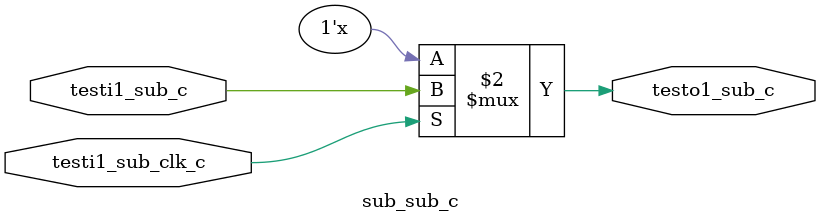
<source format=v>
module sub_sub_c (/*AUTOARG*/
   // Outputs
   testo1_sub_c,
   // Inputs
   testi1_sub_c, testi1_sub_clk_c
   );

   input testi1_sub_c;
   input testi1_sub_clk_c;
   output testo1_sub_c;

   always @*
     if (testi1_sub_clk_c) testo1_sub_c <= testi1_sub_c;

endmodule

</source>
